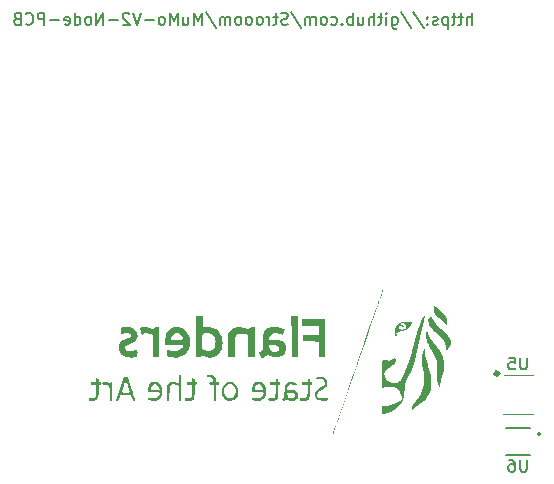
<source format=gbr>
%TF.GenerationSoftware,KiCad,Pcbnew,(6.0.8)*%
%TF.CreationDate,2023-02-21T11:31:40+01:00*%
%TF.ProjectId,MuMo-v2-Node,4d754d6f-2d76-4322-9d4e-6f64652e6b69,rev?*%
%TF.SameCoordinates,Original*%
%TF.FileFunction,Legend,Bot*%
%TF.FilePolarity,Positive*%
%FSLAX46Y46*%
G04 Gerber Fmt 4.6, Leading zero omitted, Abs format (unit mm)*
G04 Created by KiCad (PCBNEW (6.0.8)) date 2023-02-21 11:31:40*
%MOMM*%
%LPD*%
G01*
G04 APERTURE LIST*
%ADD10C,0.150000*%
%ADD11C,0.120000*%
%ADD12C,0.343981*%
%ADD13C,0.127000*%
%ADD14C,0.200000*%
G04 APERTURE END LIST*
D10*
X188137942Y-62760380D02*
X188137942Y-61760380D01*
X187709371Y-62760380D02*
X187709371Y-62236571D01*
X187756990Y-62141333D01*
X187852228Y-62093714D01*
X187995085Y-62093714D01*
X188090323Y-62141333D01*
X188137942Y-62188952D01*
X187376038Y-62093714D02*
X186995085Y-62093714D01*
X187233180Y-61760380D02*
X187233180Y-62617523D01*
X187185561Y-62712761D01*
X187090323Y-62760380D01*
X186995085Y-62760380D01*
X186804609Y-62093714D02*
X186423657Y-62093714D01*
X186661752Y-61760380D02*
X186661752Y-62617523D01*
X186614133Y-62712761D01*
X186518895Y-62760380D01*
X186423657Y-62760380D01*
X186090323Y-62093714D02*
X186090323Y-63093714D01*
X186090323Y-62141333D02*
X185995085Y-62093714D01*
X185804609Y-62093714D01*
X185709371Y-62141333D01*
X185661752Y-62188952D01*
X185614133Y-62284190D01*
X185614133Y-62569904D01*
X185661752Y-62665142D01*
X185709371Y-62712761D01*
X185804609Y-62760380D01*
X185995085Y-62760380D01*
X186090323Y-62712761D01*
X185233180Y-62712761D02*
X185137942Y-62760380D01*
X184947466Y-62760380D01*
X184852228Y-62712761D01*
X184804609Y-62617523D01*
X184804609Y-62569904D01*
X184852228Y-62474666D01*
X184947466Y-62427047D01*
X185090323Y-62427047D01*
X185185561Y-62379428D01*
X185233180Y-62284190D01*
X185233180Y-62236571D01*
X185185561Y-62141333D01*
X185090323Y-62093714D01*
X184947466Y-62093714D01*
X184852228Y-62141333D01*
X184376038Y-62665142D02*
X184328419Y-62712761D01*
X184376038Y-62760380D01*
X184423657Y-62712761D01*
X184376038Y-62665142D01*
X184376038Y-62760380D01*
X184376038Y-62141333D02*
X184328419Y-62188952D01*
X184376038Y-62236571D01*
X184423657Y-62188952D01*
X184376038Y-62141333D01*
X184376038Y-62236571D01*
X183185561Y-61712761D02*
X184042704Y-62998476D01*
X182137942Y-61712761D02*
X182995085Y-62998476D01*
X181376038Y-62093714D02*
X181376038Y-62903238D01*
X181423657Y-62998476D01*
X181471276Y-63046095D01*
X181566514Y-63093714D01*
X181709371Y-63093714D01*
X181804609Y-63046095D01*
X181376038Y-62712761D02*
X181471276Y-62760380D01*
X181661752Y-62760380D01*
X181756990Y-62712761D01*
X181804609Y-62665142D01*
X181852228Y-62569904D01*
X181852228Y-62284190D01*
X181804609Y-62188952D01*
X181756990Y-62141333D01*
X181661752Y-62093714D01*
X181471276Y-62093714D01*
X181376038Y-62141333D01*
X180899847Y-62760380D02*
X180899847Y-62093714D01*
X180899847Y-61760380D02*
X180947466Y-61808000D01*
X180899847Y-61855619D01*
X180852228Y-61808000D01*
X180899847Y-61760380D01*
X180899847Y-61855619D01*
X180566514Y-62093714D02*
X180185561Y-62093714D01*
X180423657Y-61760380D02*
X180423657Y-62617523D01*
X180376038Y-62712761D01*
X180280800Y-62760380D01*
X180185561Y-62760380D01*
X179852228Y-62760380D02*
X179852228Y-61760380D01*
X179423657Y-62760380D02*
X179423657Y-62236571D01*
X179471276Y-62141333D01*
X179566514Y-62093714D01*
X179709371Y-62093714D01*
X179804609Y-62141333D01*
X179852228Y-62188952D01*
X178518895Y-62093714D02*
X178518895Y-62760380D01*
X178947466Y-62093714D02*
X178947466Y-62617523D01*
X178899847Y-62712761D01*
X178804609Y-62760380D01*
X178661752Y-62760380D01*
X178566514Y-62712761D01*
X178518895Y-62665142D01*
X178042704Y-62760380D02*
X178042704Y-61760380D01*
X178042704Y-62141333D02*
X177947466Y-62093714D01*
X177756990Y-62093714D01*
X177661752Y-62141333D01*
X177614133Y-62188952D01*
X177566514Y-62284190D01*
X177566514Y-62569904D01*
X177614133Y-62665142D01*
X177661752Y-62712761D01*
X177756990Y-62760380D01*
X177947466Y-62760380D01*
X178042704Y-62712761D01*
X177137942Y-62665142D02*
X177090323Y-62712761D01*
X177137942Y-62760380D01*
X177185561Y-62712761D01*
X177137942Y-62665142D01*
X177137942Y-62760380D01*
X176233180Y-62712761D02*
X176328419Y-62760380D01*
X176518895Y-62760380D01*
X176614133Y-62712761D01*
X176661752Y-62665142D01*
X176709371Y-62569904D01*
X176709371Y-62284190D01*
X176661752Y-62188952D01*
X176614133Y-62141333D01*
X176518895Y-62093714D01*
X176328419Y-62093714D01*
X176233180Y-62141333D01*
X175661752Y-62760380D02*
X175756990Y-62712761D01*
X175804609Y-62665142D01*
X175852228Y-62569904D01*
X175852228Y-62284190D01*
X175804609Y-62188952D01*
X175756990Y-62141333D01*
X175661752Y-62093714D01*
X175518895Y-62093714D01*
X175423657Y-62141333D01*
X175376038Y-62188952D01*
X175328419Y-62284190D01*
X175328419Y-62569904D01*
X175376038Y-62665142D01*
X175423657Y-62712761D01*
X175518895Y-62760380D01*
X175661752Y-62760380D01*
X174899847Y-62760380D02*
X174899847Y-62093714D01*
X174899847Y-62188952D02*
X174852228Y-62141333D01*
X174756990Y-62093714D01*
X174614133Y-62093714D01*
X174518895Y-62141333D01*
X174471276Y-62236571D01*
X174471276Y-62760380D01*
X174471276Y-62236571D02*
X174423657Y-62141333D01*
X174328419Y-62093714D01*
X174185561Y-62093714D01*
X174090323Y-62141333D01*
X174042704Y-62236571D01*
X174042704Y-62760380D01*
X172852228Y-61712761D02*
X173709371Y-62998476D01*
X172566514Y-62712761D02*
X172423657Y-62760380D01*
X172185561Y-62760380D01*
X172090323Y-62712761D01*
X172042704Y-62665142D01*
X171995085Y-62569904D01*
X171995085Y-62474666D01*
X172042704Y-62379428D01*
X172090323Y-62331809D01*
X172185561Y-62284190D01*
X172376038Y-62236571D01*
X172471276Y-62188952D01*
X172518895Y-62141333D01*
X172566514Y-62046095D01*
X172566514Y-61950857D01*
X172518895Y-61855619D01*
X172471276Y-61808000D01*
X172376038Y-61760380D01*
X172137942Y-61760380D01*
X171995085Y-61808000D01*
X171709371Y-62093714D02*
X171328419Y-62093714D01*
X171566514Y-61760380D02*
X171566514Y-62617523D01*
X171518895Y-62712761D01*
X171423657Y-62760380D01*
X171328419Y-62760380D01*
X170995085Y-62760380D02*
X170995085Y-62093714D01*
X170995085Y-62284190D02*
X170947466Y-62188952D01*
X170899847Y-62141333D01*
X170804609Y-62093714D01*
X170709371Y-62093714D01*
X170233180Y-62760380D02*
X170328419Y-62712761D01*
X170376038Y-62665142D01*
X170423657Y-62569904D01*
X170423657Y-62284190D01*
X170376038Y-62188952D01*
X170328419Y-62141333D01*
X170233180Y-62093714D01*
X170090323Y-62093714D01*
X169995085Y-62141333D01*
X169947466Y-62188952D01*
X169899847Y-62284190D01*
X169899847Y-62569904D01*
X169947466Y-62665142D01*
X169995085Y-62712761D01*
X170090323Y-62760380D01*
X170233180Y-62760380D01*
X169328419Y-62760380D02*
X169423657Y-62712761D01*
X169471276Y-62665142D01*
X169518895Y-62569904D01*
X169518895Y-62284190D01*
X169471276Y-62188952D01*
X169423657Y-62141333D01*
X169328419Y-62093714D01*
X169185561Y-62093714D01*
X169090323Y-62141333D01*
X169042704Y-62188952D01*
X168995085Y-62284190D01*
X168995085Y-62569904D01*
X169042704Y-62665142D01*
X169090323Y-62712761D01*
X169185561Y-62760380D01*
X169328419Y-62760380D01*
X168423657Y-62760380D02*
X168518895Y-62712761D01*
X168566514Y-62665142D01*
X168614133Y-62569904D01*
X168614133Y-62284190D01*
X168566514Y-62188952D01*
X168518895Y-62141333D01*
X168423657Y-62093714D01*
X168280800Y-62093714D01*
X168185561Y-62141333D01*
X168137942Y-62188952D01*
X168090323Y-62284190D01*
X168090323Y-62569904D01*
X168137942Y-62665142D01*
X168185561Y-62712761D01*
X168280800Y-62760380D01*
X168423657Y-62760380D01*
X167661752Y-62760380D02*
X167661752Y-62093714D01*
X167661752Y-62188952D02*
X167614133Y-62141333D01*
X167518895Y-62093714D01*
X167376038Y-62093714D01*
X167280800Y-62141333D01*
X167233180Y-62236571D01*
X167233180Y-62760380D01*
X167233180Y-62236571D02*
X167185561Y-62141333D01*
X167090323Y-62093714D01*
X166947466Y-62093714D01*
X166852228Y-62141333D01*
X166804609Y-62236571D01*
X166804609Y-62760380D01*
X165614133Y-61712761D02*
X166471276Y-62998476D01*
X165280800Y-62760380D02*
X165280800Y-61760380D01*
X164947466Y-62474666D01*
X164614133Y-61760380D01*
X164614133Y-62760380D01*
X163709371Y-62093714D02*
X163709371Y-62760380D01*
X164137942Y-62093714D02*
X164137942Y-62617523D01*
X164090323Y-62712761D01*
X163995085Y-62760380D01*
X163852228Y-62760380D01*
X163756990Y-62712761D01*
X163709371Y-62665142D01*
X163233180Y-62760380D02*
X163233180Y-61760380D01*
X162899847Y-62474666D01*
X162566514Y-61760380D01*
X162566514Y-62760380D01*
X161947466Y-62760380D02*
X162042704Y-62712761D01*
X162090323Y-62665142D01*
X162137942Y-62569904D01*
X162137942Y-62284190D01*
X162090323Y-62188952D01*
X162042704Y-62141333D01*
X161947466Y-62093714D01*
X161804609Y-62093714D01*
X161709371Y-62141333D01*
X161661752Y-62188952D01*
X161614133Y-62284190D01*
X161614133Y-62569904D01*
X161661752Y-62665142D01*
X161709371Y-62712761D01*
X161804609Y-62760380D01*
X161947466Y-62760380D01*
X161185561Y-62379428D02*
X160423657Y-62379428D01*
X160090323Y-61760380D02*
X159756990Y-62760380D01*
X159423657Y-61760380D01*
X159137942Y-61855619D02*
X159090323Y-61808000D01*
X158995085Y-61760380D01*
X158756990Y-61760380D01*
X158661752Y-61808000D01*
X158614133Y-61855619D01*
X158566514Y-61950857D01*
X158566514Y-62046095D01*
X158614133Y-62188952D01*
X159185561Y-62760380D01*
X158566514Y-62760380D01*
X158137942Y-62379428D02*
X157376038Y-62379428D01*
X156899847Y-62760380D02*
X156899847Y-61760380D01*
X156328419Y-62760380D01*
X156328419Y-61760380D01*
X155709371Y-62760380D02*
X155804609Y-62712761D01*
X155852228Y-62665142D01*
X155899847Y-62569904D01*
X155899847Y-62284190D01*
X155852228Y-62188952D01*
X155804609Y-62141333D01*
X155709371Y-62093714D01*
X155566514Y-62093714D01*
X155471276Y-62141333D01*
X155423657Y-62188952D01*
X155376038Y-62284190D01*
X155376038Y-62569904D01*
X155423657Y-62665142D01*
X155471276Y-62712761D01*
X155566514Y-62760380D01*
X155709371Y-62760380D01*
X154518895Y-62760380D02*
X154518895Y-61760380D01*
X154518895Y-62712761D02*
X154614133Y-62760380D01*
X154804609Y-62760380D01*
X154899847Y-62712761D01*
X154947466Y-62665142D01*
X154995085Y-62569904D01*
X154995085Y-62284190D01*
X154947466Y-62188952D01*
X154899847Y-62141333D01*
X154804609Y-62093714D01*
X154614133Y-62093714D01*
X154518895Y-62141333D01*
X153661752Y-62712761D02*
X153756990Y-62760380D01*
X153947466Y-62760380D01*
X154042704Y-62712761D01*
X154090323Y-62617523D01*
X154090323Y-62236571D01*
X154042704Y-62141333D01*
X153947466Y-62093714D01*
X153756990Y-62093714D01*
X153661752Y-62141333D01*
X153614133Y-62236571D01*
X153614133Y-62331809D01*
X154090323Y-62427047D01*
X153185561Y-62379428D02*
X152423657Y-62379428D01*
X151947466Y-62760380D02*
X151947466Y-61760380D01*
X151566514Y-61760380D01*
X151471276Y-61808000D01*
X151423657Y-61855619D01*
X151376038Y-61950857D01*
X151376038Y-62093714D01*
X151423657Y-62188952D01*
X151471276Y-62236571D01*
X151566514Y-62284190D01*
X151947466Y-62284190D01*
X150376038Y-62665142D02*
X150423657Y-62712761D01*
X150566514Y-62760380D01*
X150661752Y-62760380D01*
X150804609Y-62712761D01*
X150899847Y-62617523D01*
X150947466Y-62522285D01*
X150995085Y-62331809D01*
X150995085Y-62188952D01*
X150947466Y-61998476D01*
X150899847Y-61903238D01*
X150804609Y-61808000D01*
X150661752Y-61760380D01*
X150566514Y-61760380D01*
X150423657Y-61808000D01*
X150376038Y-61855619D01*
X149614133Y-62236571D02*
X149471276Y-62284190D01*
X149423657Y-62331809D01*
X149376038Y-62427047D01*
X149376038Y-62569904D01*
X149423657Y-62665142D01*
X149471276Y-62712761D01*
X149566514Y-62760380D01*
X149947466Y-62760380D01*
X149947466Y-61760380D01*
X149614133Y-61760380D01*
X149518895Y-61808000D01*
X149471276Y-61855619D01*
X149423657Y-61950857D01*
X149423657Y-62046095D01*
X149471276Y-62141333D01*
X149518895Y-62188952D01*
X149614133Y-62236571D01*
X149947466Y-62236571D01*
%TO.C,U5*%
X192792704Y-90944980D02*
X192792704Y-91754504D01*
X192745085Y-91849742D01*
X192697466Y-91897361D01*
X192602228Y-91944980D01*
X192411752Y-91944980D01*
X192316514Y-91897361D01*
X192268895Y-91849742D01*
X192221276Y-91754504D01*
X192221276Y-90944980D01*
X191268895Y-90944980D02*
X191745085Y-90944980D01*
X191792704Y-91421171D01*
X191745085Y-91373552D01*
X191649847Y-91325933D01*
X191411752Y-91325933D01*
X191316514Y-91373552D01*
X191268895Y-91421171D01*
X191221276Y-91516409D01*
X191221276Y-91754504D01*
X191268895Y-91849742D01*
X191316514Y-91897361D01*
X191411752Y-91944980D01*
X191649847Y-91944980D01*
X191745085Y-91897361D01*
X191792704Y-91849742D01*
%TO.C,U6*%
X192792704Y-99593180D02*
X192792704Y-100402704D01*
X192745085Y-100497942D01*
X192697466Y-100545561D01*
X192602228Y-100593180D01*
X192411752Y-100593180D01*
X192316514Y-100545561D01*
X192268895Y-100497942D01*
X192221276Y-100402704D01*
X192221276Y-99593180D01*
X191316514Y-99593180D02*
X191506990Y-99593180D01*
X191602228Y-99640800D01*
X191649847Y-99688419D01*
X191745085Y-99831276D01*
X191792704Y-100021752D01*
X191792704Y-100402704D01*
X191745085Y-100497942D01*
X191697466Y-100545561D01*
X191602228Y-100593180D01*
X191411752Y-100593180D01*
X191316514Y-100545561D01*
X191268895Y-100497942D01*
X191221276Y-100402704D01*
X191221276Y-100164609D01*
X191268895Y-100069371D01*
X191316514Y-100021752D01*
X191411752Y-99974133D01*
X191602228Y-99974133D01*
X191697466Y-100021752D01*
X191745085Y-100069371D01*
X191792704Y-100164609D01*
%TO.C,G\u002A\u002A\u002A*%
G36*
X182707579Y-88470400D02*
G01*
X182629366Y-88543727D01*
X182544887Y-88600094D01*
X182440991Y-88642223D01*
X182300529Y-88676984D01*
X182106353Y-88711246D01*
X181998494Y-88733247D01*
X181873132Y-88773623D01*
X181786646Y-88819780D01*
X181749436Y-88865687D01*
X181771900Y-88905307D01*
X181802056Y-88946396D01*
X181804540Y-89023584D01*
X181767103Y-89095283D01*
X181758915Y-89103085D01*
X181694574Y-89133372D01*
X181644546Y-89100809D01*
X181611468Y-89012015D01*
X181597973Y-88873612D01*
X181606697Y-88692221D01*
X181636882Y-88526777D01*
X181721607Y-88324497D01*
X181954224Y-88324497D01*
X181981470Y-88402821D01*
X182039407Y-88481466D01*
X182116199Y-88536542D01*
X182240510Y-88568564D01*
X182367962Y-88553187D01*
X182480881Y-88496678D01*
X182561593Y-88405307D01*
X182592425Y-88285340D01*
X182586377Y-88241751D01*
X182541865Y-88172322D01*
X182443007Y-88096481D01*
X182368565Y-88049983D01*
X182286228Y-88010210D01*
X182226624Y-88005864D01*
X182169244Y-88032125D01*
X182146085Y-88053332D01*
X182138075Y-88108025D01*
X182178387Y-88156539D01*
X182254470Y-88177468D01*
X182274470Y-88178818D01*
X182344077Y-88209227D01*
X182376841Y-88263347D01*
X182357022Y-88319397D01*
X182345847Y-88325160D01*
X182279215Y-88324477D01*
X182183321Y-88299754D01*
X182151001Y-88288751D01*
X182056250Y-88260665D01*
X181996556Y-88249152D01*
X181961417Y-88266807D01*
X181954224Y-88324497D01*
X181721607Y-88324497D01*
X181731857Y-88300025D01*
X181882562Y-88115175D01*
X182085974Y-87976741D01*
X182112325Y-87964507D01*
X182192825Y-87938022D01*
X182295804Y-87921520D01*
X182437446Y-87913051D01*
X182633934Y-87910661D01*
X182790491Y-87912239D01*
X182930142Y-87916873D01*
X183028510Y-87923827D01*
X183070665Y-87932360D01*
X183067553Y-87964129D01*
X183029953Y-88039519D01*
X182965305Y-88142439D01*
X182883459Y-88258291D01*
X182862331Y-88285340D01*
X182794267Y-88372477D01*
X182707579Y-88470400D01*
G37*
G36*
X172308391Y-90523028D02*
G01*
X172189019Y-90698939D01*
X172015045Y-90829683D01*
X171787909Y-90913417D01*
X171570781Y-90933181D01*
X171330031Y-90897878D01*
X171092081Y-90809442D01*
X170886555Y-90707388D01*
X170718552Y-90811437D01*
X170653242Y-90848908D01*
X170533498Y-90905813D01*
X170437373Y-90937831D01*
X170394135Y-90945101D01*
X170348138Y-90940994D01*
X170308950Y-90909078D01*
X170263846Y-90837336D01*
X170200100Y-90713750D01*
X170076002Y-90467326D01*
X170185869Y-90434092D01*
X170185870Y-90434091D01*
X170285213Y-90381134D01*
X170369780Y-90300481D01*
X170391025Y-90268442D01*
X170411948Y-90221876D01*
X170427513Y-90158343D01*
X170438991Y-90067009D01*
X170441800Y-90024851D01*
X170995226Y-90024851D01*
X171016945Y-90190147D01*
X171092610Y-90334149D01*
X171221374Y-90431634D01*
X171262861Y-90449684D01*
X171430633Y-90489735D01*
X171580989Y-90476550D01*
X171702516Y-90415206D01*
X171783802Y-90310777D01*
X171813433Y-90168339D01*
X171813281Y-90153478D01*
X171798632Y-90051924D01*
X171753056Y-89980645D01*
X171666591Y-89933919D01*
X171529281Y-89906024D01*
X171331166Y-89891237D01*
X170995226Y-89876544D01*
X170995226Y-90024851D01*
X170441800Y-90024851D01*
X170447652Y-89937038D01*
X170454769Y-89757596D01*
X170461612Y-89517848D01*
X170461663Y-89515900D01*
X170468399Y-89277460D01*
X170475347Y-89098700D01*
X170483915Y-88968241D01*
X170495512Y-88874707D01*
X170511542Y-88806719D01*
X170533415Y-88752900D01*
X170562538Y-88701873D01*
X170689016Y-88556049D01*
X170873608Y-88438900D01*
X171099697Y-88364286D01*
X171357080Y-88335496D01*
X171635559Y-88355821D01*
X171743033Y-88376072D01*
X171891731Y-88411390D01*
X172035542Y-88452175D01*
X172158290Y-88493354D01*
X172243800Y-88529856D01*
X172275898Y-88556608D01*
X172268328Y-88593904D01*
X172246793Y-88681520D01*
X172216190Y-88798972D01*
X172156481Y-89023050D01*
X171960083Y-88955479D01*
X171880030Y-88929594D01*
X171624844Y-88872576D01*
X171407891Y-88865592D01*
X171232812Y-88907299D01*
X171103247Y-88996356D01*
X171022838Y-89131420D01*
X170995226Y-89311148D01*
X170995226Y-89458140D01*
X171399857Y-89458140D01*
X171547718Y-89461030D01*
X171821063Y-89488128D01*
X172034830Y-89546292D01*
X172193423Y-89638635D01*
X172301250Y-89768265D01*
X172362715Y-89938296D01*
X172382224Y-90151837D01*
X172381084Y-90168339D01*
X172371723Y-90303794D01*
X172308391Y-90523028D01*
G37*
G36*
X167014648Y-89969337D02*
G01*
X166950547Y-90240127D01*
X166838088Y-90476754D01*
X166680047Y-90672602D01*
X166479201Y-90821060D01*
X166238329Y-90915513D01*
X166180306Y-90927608D01*
X165952357Y-90939172D01*
X165713563Y-90904424D01*
X165494233Y-90826970D01*
X165297821Y-90730874D01*
X165245206Y-90805992D01*
X165232893Y-90822095D01*
X165184718Y-90858870D01*
X165107819Y-90876547D01*
X164981164Y-90881109D01*
X164769736Y-90881109D01*
X164769736Y-89342346D01*
X165302753Y-89342346D01*
X165303349Y-89583534D01*
X165303349Y-90244774D01*
X165454540Y-90310982D01*
X165502558Y-90330911D01*
X165736519Y-90394066D01*
X165944271Y-90393297D01*
X166121421Y-90332011D01*
X166263578Y-90213613D01*
X166366349Y-90041509D01*
X166425342Y-89819105D01*
X166436166Y-89549806D01*
X166422904Y-89413569D01*
X166371609Y-89229874D01*
X166276013Y-89083328D01*
X166127238Y-88956893D01*
X166124026Y-88954703D01*
X166049785Y-88911347D01*
X165971320Y-88886369D01*
X165866380Y-88875305D01*
X165712717Y-88873688D01*
X165660182Y-88873905D01*
X165533345Y-88874339D01*
X165440584Y-88881645D01*
X165376608Y-88904998D01*
X165336128Y-88953572D01*
X165313852Y-89036539D01*
X165304490Y-89163072D01*
X165302753Y-89342346D01*
X164769736Y-89342346D01*
X164769736Y-87385164D01*
X164934785Y-87407786D01*
X164972837Y-87412623D01*
X165106898Y-87425318D01*
X165219379Y-87430409D01*
X165338923Y-87430409D01*
X165338923Y-88351631D01*
X165653323Y-88348665D01*
X165921680Y-88363530D01*
X166221236Y-88431032D01*
X166476553Y-88551414D01*
X166685217Y-88723070D01*
X166844819Y-88944396D01*
X166952946Y-89213786D01*
X166986663Y-89351719D01*
X167012069Y-89549806D01*
X167027612Y-89670997D01*
X167014648Y-89969337D01*
G37*
G36*
X168325189Y-94096487D02*
G01*
X168293075Y-94182217D01*
X168238223Y-94278519D01*
X168139215Y-94407494D01*
X167974715Y-94533599D01*
X167938812Y-94551415D01*
X167731288Y-94612058D01*
X167526142Y-94603994D01*
X167332608Y-94528869D01*
X167159920Y-94388330D01*
X167111899Y-94331325D01*
X166995948Y-94125602D01*
X166941431Y-93897079D01*
X166945587Y-93783606D01*
X167159711Y-93783606D01*
X167176627Y-93973752D01*
X167239234Y-94150118D01*
X167348602Y-94295986D01*
X167445379Y-94352063D01*
X167583527Y-94387489D01*
X167729094Y-94395009D01*
X167850887Y-94370027D01*
X167914679Y-94332073D01*
X168018082Y-94217621D01*
X168094617Y-94061871D01*
X168136454Y-93883234D01*
X168135764Y-93700122D01*
X168093941Y-93531940D01*
X168005418Y-93371121D01*
X167883760Y-93258660D01*
X167738417Y-93200215D01*
X167578834Y-93201448D01*
X167414459Y-93268017D01*
X167372396Y-93297668D01*
X167258667Y-93428846D01*
X167187415Y-93596399D01*
X167159711Y-93783606D01*
X166945587Y-93783606D01*
X166950164Y-93658652D01*
X167023963Y-93423213D01*
X167028089Y-93414472D01*
X167152630Y-93223669D01*
X167311147Y-93088139D01*
X167493174Y-93010574D01*
X167688242Y-92993668D01*
X167885885Y-93040115D01*
X168075635Y-93152607D01*
X168187153Y-93259568D01*
X168278996Y-93406772D01*
X168329503Y-93588018D01*
X168344946Y-93818816D01*
X168344859Y-93854843D01*
X168343977Y-93883234D01*
X168340479Y-93995853D01*
X168325189Y-94096487D01*
G37*
G36*
X171585110Y-92709376D02*
G01*
X171613604Y-92718490D01*
X171691833Y-92730969D01*
X171701383Y-92732167D01*
X171732478Y-92771946D01*
X171742285Y-92873266D01*
X171742316Y-92885658D01*
X171748453Y-92971162D01*
X171773921Y-93007796D01*
X171831220Y-93015563D01*
X171869895Y-93018112D01*
X171910584Y-93046014D01*
X171920156Y-93122286D01*
X171918264Y-93166222D01*
X171895856Y-93216845D01*
X171834413Y-93229008D01*
X171748670Y-93229008D01*
X171736584Y-93777890D01*
X171731220Y-93984689D01*
X171724323Y-94141250D01*
X171714415Y-94251255D01*
X171699826Y-94327222D01*
X171678885Y-94381671D01*
X171649920Y-94427119D01*
X171649415Y-94427798D01*
X171571775Y-94511220D01*
X171489836Y-94571411D01*
X171446329Y-94588895D01*
X171306837Y-94612535D01*
X171146656Y-94608476D01*
X170997791Y-94576393D01*
X170933339Y-94549622D01*
X170899368Y-94510009D01*
X170906439Y-94443062D01*
X170911973Y-94421262D01*
X170935206Y-94352815D01*
X170966488Y-94338208D01*
X171025415Y-94364501D01*
X171028153Y-94365938D01*
X171141960Y-94397330D01*
X171274766Y-94398201D01*
X171385139Y-94368135D01*
X171437970Y-94322221D01*
X171480254Y-94235870D01*
X171508370Y-94103585D01*
X171524003Y-93917158D01*
X171528839Y-93668378D01*
X171528839Y-93229008D01*
X171066374Y-93229008D01*
X171066374Y-93015563D01*
X171528839Y-93015563D01*
X171528839Y-92851673D01*
X171528846Y-92845581D01*
X171533439Y-92748826D01*
X171550330Y-92708136D01*
X171585110Y-92709376D01*
G37*
G36*
X184384925Y-88857706D02*
G01*
X184424684Y-88949245D01*
X184474002Y-89045875D01*
X184536457Y-89149998D01*
X184618484Y-89271083D01*
X184726521Y-89418601D01*
X184867006Y-89602024D01*
X185046377Y-89830821D01*
X185192225Y-90017117D01*
X185309869Y-90173370D01*
X185399538Y-90303662D01*
X185469999Y-90422898D01*
X185530022Y-90545984D01*
X185588376Y-90687824D01*
X185653829Y-90863322D01*
X185677814Y-90929939D01*
X185720190Y-91058640D01*
X185747517Y-91170925D01*
X185763219Y-91288683D01*
X185770716Y-91433802D01*
X185773434Y-91628168D01*
X185773749Y-91813245D01*
X185769283Y-91953667D01*
X185756102Y-92069281D01*
X185730291Y-92182999D01*
X185687938Y-92317736D01*
X185625128Y-92496403D01*
X185587130Y-92604754D01*
X185530973Y-92779778D01*
X185496337Y-92919132D01*
X185478800Y-93042514D01*
X185473937Y-93169621D01*
X185473937Y-93419282D01*
X185383889Y-93334686D01*
X185379369Y-93330389D01*
X185319773Y-93260327D01*
X185273795Y-93172842D01*
X185240030Y-93059012D01*
X185217071Y-92909914D01*
X185203509Y-92716625D01*
X185197940Y-92470221D01*
X185198955Y-92161781D01*
X185200657Y-91946559D01*
X185199763Y-91725630D01*
X185194862Y-91555555D01*
X185185353Y-91424975D01*
X185170637Y-91322527D01*
X185150114Y-91236851D01*
X185029175Y-90891684D01*
X184863540Y-90527013D01*
X184669011Y-90179867D01*
X184618092Y-90097212D01*
X184474601Y-89848809D01*
X184371564Y-89636633D01*
X184304826Y-89446655D01*
X184270232Y-89264849D01*
X184263625Y-89077188D01*
X184280852Y-88869644D01*
X184306463Y-88664656D01*
X184384925Y-88857706D01*
G37*
G36*
X173388265Y-94330545D02*
G01*
X173317909Y-94447323D01*
X173190002Y-94548915D01*
X173186807Y-94550894D01*
X173042318Y-94602943D01*
X172870947Y-94611177D01*
X172699573Y-94577506D01*
X172555077Y-94503837D01*
X172435982Y-94413094D01*
X172335917Y-94514749D01*
X172274477Y-94574376D01*
X172218732Y-94608841D01*
X172176472Y-94591166D01*
X172128392Y-94522030D01*
X172123925Y-94514642D01*
X172092676Y-94450730D01*
X172104067Y-94405445D01*
X172164620Y-94347331D01*
X172167683Y-94344692D01*
X172204773Y-94309033D01*
X172230763Y-94268480D01*
X172248351Y-94209791D01*
X172260236Y-94119722D01*
X172269116Y-93985031D01*
X172270285Y-93958771D01*
X172492140Y-93958771D01*
X172494482Y-94035306D01*
X172526773Y-94162775D01*
X172570155Y-94262171D01*
X172667104Y-94349540D01*
X172747246Y-94382574D01*
X172895821Y-94405176D01*
X173029216Y-94380132D01*
X173127098Y-94309225D01*
X173170466Y-94239442D01*
X173199455Y-94123891D01*
X173173603Y-94025861D01*
X173168975Y-94019286D01*
X173084382Y-93954761D01*
X172943392Y-93917132D01*
X172740702Y-93904919D01*
X172620390Y-93906565D01*
X172530519Y-93920185D01*
X172492140Y-93958771D01*
X172270285Y-93958771D01*
X172277690Y-93792475D01*
X172289009Y-93584537D01*
X172308900Y-93395335D01*
X172339191Y-93257782D01*
X172383425Y-93161367D01*
X172445142Y-93095579D01*
X172527885Y-93049908D01*
X172538772Y-93045664D01*
X172675824Y-93016846D01*
X172848360Y-93010561D01*
X173027552Y-93026224D01*
X173184567Y-93063248D01*
X173267956Y-93097785D01*
X173309827Y-93138335D01*
X173312966Y-93197340D01*
X173312272Y-93202073D01*
X173294058Y-93279366D01*
X173257765Y-93298173D01*
X173181855Y-93270515D01*
X173141955Y-93255834D01*
X173030725Y-93227991D01*
X172903866Y-93207271D01*
X172753526Y-93206844D01*
X172627978Y-93255497D01*
X172545588Y-93359582D01*
X172502026Y-93522496D01*
X172479673Y-93691473D01*
X172729081Y-93691473D01*
X172875207Y-93694449D01*
X173077151Y-93715588D01*
X173222982Y-93761212D01*
X173320952Y-93836226D01*
X173379312Y-93945534D01*
X173406316Y-94094042D01*
X173407626Y-94123891D01*
X173410072Y-94179654D01*
X173388265Y-94330545D01*
G37*
G36*
X185001557Y-86551062D02*
G01*
X185045638Y-86608402D01*
X185131805Y-86688679D01*
X185240014Y-86772286D01*
X185437140Y-86914831D01*
X185639348Y-87076078D01*
X185791035Y-87221791D01*
X185899347Y-87361575D01*
X185971428Y-87505033D01*
X186014424Y-87661766D01*
X186035479Y-87841377D01*
X186036060Y-87850731D01*
X186040395Y-87987409D01*
X186036944Y-88100602D01*
X186026369Y-88166627D01*
X186014028Y-88195406D01*
X185993072Y-88210591D01*
X185959561Y-88164764D01*
X185809850Y-87956213D01*
X185623932Y-87762941D01*
X185386122Y-87569407D01*
X185377763Y-87563200D01*
X185185048Y-87406650D01*
X185049801Y-87261341D01*
X184963610Y-87112948D01*
X184918063Y-86947147D01*
X184904750Y-86749613D01*
X184904973Y-86716437D01*
X184913360Y-86577302D01*
X184933023Y-86501783D01*
X184962806Y-86492247D01*
X185001557Y-86551062D01*
G37*
G36*
X184725998Y-87494604D02*
G01*
X184754146Y-87585276D01*
X184801484Y-87697533D01*
X184910754Y-87863591D01*
X185072630Y-88057280D01*
X185282680Y-88273381D01*
X185536474Y-88506674D01*
X185677390Y-88631527D01*
X185869725Y-88809447D01*
X186017818Y-88959069D01*
X186129660Y-89089250D01*
X186213243Y-89208845D01*
X186276560Y-89326708D01*
X186278424Y-89330732D01*
X186351727Y-89558620D01*
X186355097Y-89774697D01*
X186288178Y-89981385D01*
X186150613Y-90181105D01*
X186110650Y-90224549D01*
X186044084Y-90287272D01*
X186003866Y-90311921D01*
X185990019Y-90291515D01*
X185976991Y-90217265D01*
X185971949Y-90107370D01*
X185953311Y-89939362D01*
X185872721Y-89701954D01*
X185732997Y-89457609D01*
X185539118Y-89214623D01*
X185296066Y-88981298D01*
X185202641Y-88899430D01*
X185031206Y-88737331D01*
X184866827Y-88568323D01*
X184721455Y-88405459D01*
X184607037Y-88261796D01*
X184535525Y-88150389D01*
X184484426Y-88027815D01*
X184448831Y-87848919D01*
X184462176Y-87689230D01*
X184522759Y-87561027D01*
X184628880Y-87476585D01*
X184653432Y-87465974D01*
X184697745Y-87459451D01*
X184725998Y-87494604D01*
G37*
G36*
X166035224Y-92419402D02*
G01*
X166151977Y-92429641D01*
X166232869Y-92448277D01*
X166302618Y-92493845D01*
X166390401Y-92604222D01*
X166452443Y-92747144D01*
X166476517Y-92899947D01*
X166476542Y-92903152D01*
X166483756Y-92979055D01*
X166518222Y-93009799D01*
X166601809Y-93015563D01*
X166684171Y-93021173D01*
X166719377Y-93050583D01*
X166726318Y-93122286D01*
X166719773Y-93192882D01*
X166685462Y-93223059D01*
X166601809Y-93229008D01*
X166477299Y-93229008D01*
X166477299Y-94580829D01*
X166263853Y-94580829D01*
X166263853Y-93229008D01*
X166085982Y-93229008D01*
X165998145Y-93227810D01*
X165935891Y-93216967D01*
X165911997Y-93185463D01*
X165908111Y-93122286D01*
X165910227Y-93068633D01*
X165928661Y-93031906D01*
X165981693Y-93017838D01*
X166087594Y-93015563D01*
X166267077Y-93015563D01*
X166243633Y-92882160D01*
X166218977Y-92784458D01*
X166154718Y-92679436D01*
X166049578Y-92625084D01*
X165892791Y-92613150D01*
X165830782Y-92614664D01*
X165745303Y-92609517D01*
X165702082Y-92587932D01*
X165681863Y-92543555D01*
X165673309Y-92493919D01*
X165679038Y-92450145D01*
X165702967Y-92438277D01*
X165787401Y-92423799D01*
X165905926Y-92417481D01*
X166035224Y-92419402D01*
G37*
G36*
X180688020Y-85009362D02*
G01*
X180688388Y-85016201D01*
X180685572Y-85031448D01*
X180678613Y-85057904D01*
X180666551Y-85098368D01*
X180648428Y-85155642D01*
X180623285Y-85232525D01*
X180590163Y-85331818D01*
X180548102Y-85456323D01*
X180496144Y-85608838D01*
X180433330Y-85792164D01*
X180358700Y-86009102D01*
X180271295Y-86262453D01*
X180170158Y-86555016D01*
X180054327Y-86889592D01*
X179922845Y-87268982D01*
X179774753Y-87695986D01*
X179609090Y-88173403D01*
X179424900Y-88704036D01*
X179221221Y-89290684D01*
X178997096Y-89936147D01*
X178751565Y-90643227D01*
X178483669Y-91414723D01*
X178468752Y-91457682D01*
X178254304Y-92075298D01*
X178045406Y-92676978D01*
X177843329Y-93259062D01*
X177649343Y-93817885D01*
X177464720Y-94349786D01*
X177290730Y-94851102D01*
X177128644Y-95318171D01*
X176979732Y-95747329D01*
X176845267Y-96134915D01*
X176726518Y-96477266D01*
X176624757Y-96770718D01*
X176541254Y-97011610D01*
X176477280Y-97196280D01*
X176434106Y-97321064D01*
X176413003Y-97382300D01*
X176403681Y-97409175D01*
X176359138Y-97526561D01*
X176321539Y-97609058D01*
X176298205Y-97640213D01*
X176298187Y-97637959D01*
X176312445Y-97588128D01*
X176348513Y-97475719D01*
X176405139Y-97304396D01*
X176481071Y-97077825D01*
X176575056Y-96799671D01*
X176685843Y-96473598D01*
X176812180Y-96103273D01*
X176952815Y-95692359D01*
X177106496Y-95244523D01*
X177271971Y-94763429D01*
X177447988Y-94252743D01*
X177633296Y-93716129D01*
X177826641Y-93157252D01*
X178026773Y-92579779D01*
X178206324Y-92062134D01*
X178414483Y-91461990D01*
X178620054Y-90869287D01*
X178821309Y-90289006D01*
X179016522Y-89726129D01*
X179203964Y-89185637D01*
X179381908Y-88672512D01*
X179548627Y-88191735D01*
X179702392Y-87748288D01*
X179841478Y-87347152D01*
X179964155Y-86993309D01*
X180068697Y-86691741D01*
X180153376Y-86447428D01*
X180216466Y-86265353D01*
X180225711Y-86238679D01*
X180323946Y-85957366D01*
X180415420Y-85699075D01*
X180497425Y-85471188D01*
X180567253Y-85281089D01*
X180622193Y-85136163D01*
X180659536Y-85043792D01*
X180676574Y-85011361D01*
X180677403Y-85011290D01*
X180681569Y-85009707D01*
X180685428Y-85008131D01*
X180688020Y-85009362D01*
G37*
G36*
X175726598Y-90881109D02*
G01*
X175194590Y-90881109D01*
X175184894Y-90231879D01*
X175175198Y-89582650D01*
X174508181Y-89572971D01*
X173841164Y-89563293D01*
X173841164Y-89031249D01*
X175192985Y-89031249D01*
X175192985Y-88248616D01*
X173770016Y-88248616D01*
X173770016Y-87715003D01*
X175726598Y-87715003D01*
X175726598Y-90881109D01*
G37*
G36*
X184154243Y-90228928D02*
G01*
X184156560Y-90332069D01*
X184160669Y-90445590D01*
X184176623Y-90596037D01*
X184206874Y-90767312D01*
X184253859Y-90970949D01*
X184320012Y-91218482D01*
X184407771Y-91521445D01*
X184438149Y-91624292D01*
X184522927Y-91920864D01*
X184588076Y-92168607D01*
X184636576Y-92381541D01*
X184671411Y-92573683D01*
X184695562Y-92759055D01*
X184712012Y-92951674D01*
X184708425Y-93310615D01*
X184642123Y-93673439D01*
X184512514Y-94008478D01*
X184320975Y-94310947D01*
X184239777Y-94410890D01*
X184156956Y-94501523D01*
X184061930Y-94591928D01*
X183943186Y-94692376D01*
X183789214Y-94813136D01*
X183588503Y-94964480D01*
X183464801Y-95057317D01*
X183327856Y-95161324D01*
X183215416Y-95248032D01*
X183143825Y-95304929D01*
X183037103Y-95393216D01*
X183025348Y-95302033D01*
X183028194Y-95244385D01*
X183067783Y-95116219D01*
X183144858Y-94954527D01*
X183252912Y-94770998D01*
X183385436Y-94577317D01*
X183535923Y-94385171D01*
X183634250Y-94264004D01*
X183819022Y-94000805D01*
X183950960Y-93744944D01*
X184036716Y-93478050D01*
X184082942Y-93181756D01*
X184096289Y-92837692D01*
X184087875Y-92575711D01*
X184057612Y-92278814D01*
X184002002Y-91949433D01*
X183994567Y-91910631D01*
X183931464Y-91491792D01*
X183907724Y-91117018D01*
X183923428Y-90791321D01*
X183978659Y-90519714D01*
X184017521Y-90405776D01*
X184063815Y-90292881D01*
X184102037Y-90222480D01*
X184125186Y-90194028D01*
X184145528Y-90186417D01*
X184154243Y-90228928D01*
G37*
G36*
X159550265Y-94238980D02*
G01*
X159600328Y-94390195D01*
X159632830Y-94492328D01*
X159644749Y-94536361D01*
X159619170Y-94567449D01*
X159543529Y-94580829D01*
X159534015Y-94580756D01*
X159480118Y-94572908D01*
X159440624Y-94541637D01*
X159403592Y-94472137D01*
X159357083Y-94349597D01*
X159274153Y-94118364D01*
X158383525Y-94118364D01*
X158300596Y-94349597D01*
X158284901Y-94393029D01*
X158243288Y-94497446D01*
X158207505Y-94553660D01*
X158164849Y-94576510D01*
X158102618Y-94580829D01*
X157987569Y-94580829D01*
X158233563Y-93860613D01*
X158482047Y-93860613D01*
X158492157Y-93881715D01*
X158546803Y-93895370D01*
X158654817Y-93902722D01*
X158825033Y-93904919D01*
X158931814Y-93903711D01*
X159062363Y-93898246D01*
X159151784Y-93889385D01*
X159185071Y-93878238D01*
X159184591Y-93873281D01*
X159169217Y-93815489D01*
X159135951Y-93711108D01*
X159089862Y-93574394D01*
X159036017Y-93419600D01*
X158979483Y-93260982D01*
X158925328Y-93112793D01*
X158878620Y-92989288D01*
X158844427Y-92904722D01*
X158827816Y-92873347D01*
X158824242Y-92877040D01*
X158800732Y-92928782D01*
X158761508Y-93032065D01*
X158711057Y-93174732D01*
X158653867Y-93344625D01*
X158636518Y-93397300D01*
X158580592Y-93566577D01*
X158533176Y-93709320D01*
X158498828Y-93811842D01*
X158482107Y-93860451D01*
X158482047Y-93860613D01*
X158233563Y-93860613D01*
X158668755Y-92586469D01*
X158985235Y-92606459D01*
X159313843Y-93549176D01*
X159324939Y-93581030D01*
X159409547Y-93825380D01*
X159427644Y-93878238D01*
X159485664Y-94047702D01*
X159550265Y-94238980D01*
G37*
G36*
X160657209Y-88359502D02*
G01*
X160747676Y-88373617D01*
X160833845Y-88405158D01*
X160940225Y-88458640D01*
X161044995Y-88513350D01*
X161124520Y-88553464D01*
X161158707Y-88568784D01*
X161171230Y-88546194D01*
X161191347Y-88479849D01*
X161193072Y-88473119D01*
X161211277Y-88427794D01*
X161247375Y-88403145D01*
X161319110Y-88392931D01*
X161444223Y-88390913D01*
X161674778Y-88390913D01*
X161674778Y-90881109D01*
X161142365Y-90881109D01*
X161132871Y-89965073D01*
X161123377Y-89049036D01*
X160964649Y-88968994D01*
X160949803Y-88961808D01*
X160792176Y-88911206D01*
X160617337Y-88890348D01*
X160452019Y-88900347D01*
X160322957Y-88942314D01*
X160256251Y-88977584D01*
X160213604Y-88994414D01*
X160210321Y-88992399D01*
X160186779Y-88946812D01*
X160150992Y-88853351D01*
X160109308Y-88728220D01*
X160086190Y-88652119D01*
X160056022Y-88532281D01*
X160050279Y-88458957D01*
X160067173Y-88419022D01*
X160080085Y-88411131D01*
X160155135Y-88391029D01*
X160274952Y-88373939D01*
X160420488Y-88362888D01*
X160537934Y-88358298D01*
X160657209Y-88359502D01*
G37*
G36*
X163524638Y-94580829D02*
G01*
X163311192Y-94580829D01*
X163311192Y-93332252D01*
X163160002Y-93263625D01*
X163136428Y-93253290D01*
X162946440Y-93199624D01*
X162781369Y-93208314D01*
X162646159Y-93279209D01*
X162546346Y-93364985D01*
X162523874Y-94580829D01*
X162315114Y-94580829D01*
X162315114Y-93992712D01*
X162315297Y-93912999D01*
X162319077Y-93671957D01*
X162328133Y-93492310D01*
X162342989Y-93366557D01*
X162364164Y-93287200D01*
X162394064Y-93227281D01*
X162508284Y-93096512D01*
X162660442Y-93017506D01*
X162838160Y-92994985D01*
X163029061Y-93033667D01*
X163031084Y-93034409D01*
X163158626Y-93081928D01*
X163240400Y-93105373D01*
X163286475Y-93095356D01*
X163306919Y-93042494D01*
X163311802Y-92937401D01*
X163311192Y-92770692D01*
X163311192Y-92410801D01*
X163524638Y-92410801D01*
X163524638Y-94580829D01*
G37*
G36*
X158967329Y-88373129D02*
G01*
X159131240Y-88374793D01*
X159245299Y-88382294D01*
X159329652Y-88399676D01*
X159404442Y-88430984D01*
X159489817Y-88480262D01*
X159538650Y-88512706D01*
X159694910Y-88666342D01*
X159791721Y-88856409D01*
X159824918Y-89075504D01*
X159797373Y-89285717D01*
X159710734Y-89470269D01*
X159568001Y-89612758D01*
X159372250Y-89708876D01*
X159326258Y-89723826D01*
X159134651Y-89789299D01*
X158998299Y-89843675D01*
X158905899Y-89892748D01*
X158846148Y-89942310D01*
X158807743Y-89998152D01*
X158798051Y-90018761D01*
X158777849Y-90146334D01*
X158822237Y-90262606D01*
X158925885Y-90351633D01*
X158974090Y-90371258D01*
X159117701Y-90395557D01*
X159290686Y-90393913D01*
X159468072Y-90367541D01*
X159624888Y-90317653D01*
X159693143Y-90287870D01*
X159774462Y-90253970D01*
X159811653Y-90240773D01*
X159812724Y-90241628D01*
X159818908Y-90283795D01*
X159823268Y-90376838D01*
X159824918Y-90503224D01*
X159822566Y-90639477D01*
X159807006Y-90740774D01*
X159765937Y-90805124D01*
X159687069Y-90850583D01*
X159558111Y-90895209D01*
X159530079Y-90903522D01*
X159313542Y-90936770D01*
X159079122Y-90928353D01*
X158847859Y-90882220D01*
X158640796Y-90802321D01*
X158478972Y-90692607D01*
X158426087Y-90635997D01*
X158320216Y-90463832D01*
X158252885Y-90262902D01*
X158230395Y-90056794D01*
X158259042Y-89869090D01*
X158279084Y-89814557D01*
X158355406Y-89678003D01*
X158468249Y-89564425D01*
X158629063Y-89464087D01*
X158849302Y-89367254D01*
X158970936Y-89317858D01*
X159125646Y-89242478D01*
X159221651Y-89172710D01*
X159265830Y-89102932D01*
X159265063Y-89027523D01*
X159239949Y-88979424D01*
X159152864Y-88914311D01*
X159024379Y-88871124D01*
X158871821Y-88852923D01*
X158712516Y-88862766D01*
X158563792Y-88903712D01*
X158545347Y-88911082D01*
X158465654Y-88934559D01*
X158422637Y-88933357D01*
X158422587Y-88933306D01*
X158412189Y-88889503D01*
X158404776Y-88795029D01*
X158401949Y-88670256D01*
X158402063Y-88617386D01*
X158405565Y-88509767D01*
X158418767Y-88449466D01*
X158448046Y-88418900D01*
X158499778Y-88400484D01*
X158536886Y-88393470D01*
X158645546Y-88383005D01*
X158792307Y-88375805D01*
X158956203Y-88373126D01*
X158967329Y-88373129D01*
G37*
G36*
X156383111Y-92708547D02*
G01*
X156438991Y-92721304D01*
X156507621Y-92730483D01*
X156512491Y-92731086D01*
X156541701Y-92772753D01*
X156552089Y-92873266D01*
X156552120Y-92885658D01*
X156558257Y-92971162D01*
X156583725Y-93007796D01*
X156641024Y-93015563D01*
X156679699Y-93018112D01*
X156720388Y-93046014D01*
X156729960Y-93122286D01*
X156727836Y-93168695D01*
X156704584Y-93217522D01*
X156641024Y-93229008D01*
X156552089Y-93229008D01*
X156552089Y-93615469D01*
X156550817Y-93767637D01*
X156540849Y-93999371D01*
X156518931Y-94177494D01*
X156482630Y-94313064D01*
X156429508Y-94417142D01*
X156357130Y-94500787D01*
X156270327Y-94571387D01*
X156181119Y-94607611D01*
X156059880Y-94616403D01*
X156012298Y-94615158D01*
X155881772Y-94601836D01*
X155778430Y-94578627D01*
X155718811Y-94553915D01*
X155686771Y-94514584D01*
X155697112Y-94445223D01*
X155727054Y-94383213D01*
X155773489Y-94365057D01*
X155793078Y-94369798D01*
X155876971Y-94382937D01*
X155986778Y-94394833D01*
X156008084Y-94396589D01*
X156106803Y-94397060D01*
X156169911Y-94372348D01*
X156226904Y-94312320D01*
X156252207Y-94276749D01*
X156275130Y-94227712D01*
X156289949Y-94161146D01*
X156298391Y-94063648D01*
X156302188Y-93921817D01*
X156303069Y-93722250D01*
X156303069Y-93229008D01*
X155876178Y-93229008D01*
X155876178Y-93015563D01*
X156303069Y-93015563D01*
X156303069Y-92851330D01*
X156303541Y-92796276D01*
X156310906Y-92725243D01*
X156334402Y-92701400D01*
X156383111Y-92708547D01*
G37*
G36*
X161926946Y-93836826D02*
G01*
X161896543Y-94084493D01*
X161819826Y-94282191D01*
X161693605Y-94435857D01*
X161514694Y-94551425D01*
X161448761Y-94578756D01*
X161320814Y-94605415D01*
X161158951Y-94604212D01*
X161020884Y-94589305D01*
X160868156Y-94550888D01*
X160778887Y-94491923D01*
X160749848Y-94410886D01*
X160750868Y-94380775D01*
X160770260Y-94340624D01*
X160829890Y-94349207D01*
X160892949Y-94363008D01*
X161008603Y-94379426D01*
X161143029Y-94392548D01*
X161146864Y-94392837D01*
X161275560Y-94399646D01*
X161359540Y-94392123D01*
X161424144Y-94364350D01*
X161494715Y-94310407D01*
X161514948Y-94292350D01*
X161601844Y-94193804D01*
X161661828Y-94094487D01*
X161692760Y-94018426D01*
X161710108Y-93954916D01*
X161699771Y-93912618D01*
X161653055Y-93887222D01*
X161561269Y-93874417D01*
X161415720Y-93869894D01*
X161207716Y-93869344D01*
X160705080Y-93869344D01*
X160725933Y-93655899D01*
X160953925Y-93655899D01*
X161705385Y-93655899D01*
X161675282Y-93550936D01*
X161649685Y-93478450D01*
X161564851Y-93340140D01*
X161455509Y-93247829D01*
X161334030Y-93202330D01*
X161212787Y-93204460D01*
X161104152Y-93255032D01*
X161020498Y-93354862D01*
X160974197Y-93504764D01*
X160953925Y-93655899D01*
X160725933Y-93655899D01*
X160730278Y-93611431D01*
X160750015Y-93468531D01*
X160779161Y-93331968D01*
X160810820Y-93236335D01*
X160899541Y-93120482D01*
X161035408Y-93038942D01*
X161199976Y-92998492D01*
X161377139Y-93000850D01*
X161550789Y-93047738D01*
X161704819Y-93140876D01*
X161726278Y-93160019D01*
X161838476Y-93313822D01*
X161905499Y-93520922D01*
X161916982Y-93655899D01*
X161927750Y-93782481D01*
X161926946Y-93836826D01*
G37*
G36*
X164253909Y-89636011D02*
G01*
X164253655Y-89744028D01*
X164250457Y-89893112D01*
X164240650Y-90002086D01*
X164220607Y-90090867D01*
X164186702Y-90179372D01*
X164135311Y-90287519D01*
X164135048Y-90288053D01*
X163983007Y-90524835D01*
X163784855Y-90709517D01*
X163538049Y-90843924D01*
X163240044Y-90929882D01*
X163183597Y-90937308D01*
X163023845Y-90939668D01*
X162836837Y-90925278D01*
X162650556Y-90896862D01*
X162492985Y-90857145D01*
X162297327Y-90792174D01*
X162286602Y-90564688D01*
X162285184Y-90533900D01*
X162281770Y-90389596D01*
X162292346Y-90305440D01*
X162324359Y-90272183D01*
X162385256Y-90280575D01*
X162482481Y-90321367D01*
X162516798Y-90336049D01*
X162727477Y-90392258D01*
X162953127Y-90405209D01*
X163169553Y-90375404D01*
X163352564Y-90303343D01*
X163450167Y-90234284D01*
X163560580Y-90124183D01*
X163637843Y-90008955D01*
X163666935Y-89907512D01*
X163666917Y-89906188D01*
X163659773Y-89887100D01*
X163633740Y-89872795D01*
X163580107Y-89862599D01*
X163490165Y-89855840D01*
X163355206Y-89851845D01*
X163166520Y-89849942D01*
X162915399Y-89849457D01*
X162163864Y-89849457D01*
X162181504Y-89449246D01*
X162181794Y-89442735D01*
X162187292Y-89362649D01*
X162670856Y-89362649D01*
X162674029Y-89380440D01*
X162694481Y-89399051D01*
X162743288Y-89411277D01*
X162831145Y-89418410D01*
X162968750Y-89421742D01*
X163166796Y-89422566D01*
X163226691Y-89422345D01*
X163400186Y-89419044D01*
X163542753Y-89412397D01*
X163640988Y-89403194D01*
X163681487Y-89392226D01*
X163683574Y-89387999D01*
X163677517Y-89326525D01*
X163636363Y-89234517D01*
X163572035Y-89131374D01*
X163496455Y-89036496D01*
X163421548Y-88969281D01*
X163403789Y-88958109D01*
X163243806Y-88899215D01*
X163072324Y-88896328D01*
X162915715Y-88950430D01*
X162834997Y-89023176D01*
X162755123Y-89135668D01*
X162694752Y-89258351D01*
X162670856Y-89362649D01*
X162187292Y-89362649D01*
X162197569Y-89212930D01*
X162224923Y-89036342D01*
X162269250Y-88895724D01*
X162335942Y-88773828D01*
X162430395Y-88653407D01*
X162458122Y-88623375D01*
X162647957Y-88477470D01*
X162876887Y-88386969D01*
X163135878Y-88355686D01*
X163306346Y-88365508D01*
X163568552Y-88429667D01*
X163793576Y-88554271D01*
X163982645Y-88740092D01*
X164136986Y-88987906D01*
X164166535Y-89048767D01*
X164207541Y-89143050D01*
X164233199Y-89229063D01*
X164247093Y-89326659D01*
X164249807Y-89387999D01*
X164252802Y-89455691D01*
X164253909Y-89636011D01*
G37*
G36*
X184200610Y-87345680D02*
G01*
X184173942Y-87454425D01*
X184156069Y-87514747D01*
X184107557Y-87694351D01*
X184048198Y-87930688D01*
X183980035Y-88214770D01*
X183905110Y-88537611D01*
X183825463Y-88890223D01*
X183743138Y-89263619D01*
X183660175Y-89648813D01*
X183578617Y-90036817D01*
X183500504Y-90418644D01*
X183419842Y-90802305D01*
X183336853Y-91154854D01*
X183253472Y-91459220D01*
X183165852Y-91727090D01*
X183070150Y-91970151D01*
X182962518Y-92200088D01*
X182839112Y-92428588D01*
X182824136Y-92454873D01*
X182729147Y-92626701D01*
X182643992Y-92788887D01*
X182577477Y-92924238D01*
X182538410Y-93015563D01*
X182532196Y-93035245D01*
X182506997Y-93145826D01*
X182479790Y-93304161D01*
X182453462Y-93492096D01*
X182430902Y-93691473D01*
X182416318Y-93836077D01*
X182389775Y-94075721D01*
X182363880Y-94261678D01*
X182335544Y-94405429D01*
X182301680Y-94518457D01*
X182259201Y-94612245D01*
X182205019Y-94698276D01*
X182136047Y-94788031D01*
X182091652Y-94841540D01*
X181834821Y-95110227D01*
X181557188Y-95339341D01*
X181269504Y-95521876D01*
X180982521Y-95650827D01*
X180706991Y-95719189D01*
X180625941Y-95730374D01*
X180539557Y-95743229D01*
X180502439Y-95750114D01*
X180499839Y-95735879D01*
X180496592Y-95664957D01*
X180494370Y-95547743D01*
X180493545Y-95399036D01*
X180493545Y-95043294D01*
X180666855Y-95043294D01*
X180793849Y-95034192D01*
X180988535Y-95000705D01*
X181210045Y-94947490D01*
X181442202Y-94879728D01*
X181668831Y-94802603D01*
X181873754Y-94721298D01*
X182040795Y-94640995D01*
X182153779Y-94566877D01*
X182241477Y-94491443D01*
X182184855Y-94242497D01*
X182156175Y-94132645D01*
X182058579Y-93882503D01*
X181929697Y-93678766D01*
X181775955Y-93532593D01*
X181711447Y-93491414D01*
X181620480Y-93451245D01*
X181510143Y-93428296D01*
X181354575Y-93415372D01*
X181191414Y-93414129D01*
X180981220Y-93426817D01*
X180787033Y-93451689D01*
X180493545Y-93503131D01*
X180493545Y-91238492D01*
X180576030Y-91184446D01*
X180680925Y-91137309D01*
X180814724Y-91128579D01*
X180987468Y-91162915D01*
X180997294Y-91165621D01*
X181152589Y-91190153D01*
X181280425Y-91164214D01*
X181406840Y-91082832D01*
X181484466Y-91023225D01*
X181571607Y-90978481D01*
X181635506Y-90985505D01*
X181689350Y-91042410D01*
X181689575Y-91042753D01*
X181719163Y-91095919D01*
X181724667Y-91145974D01*
X181703144Y-91214980D01*
X181651650Y-91325001D01*
X181606082Y-91409930D01*
X181532424Y-91511644D01*
X181436127Y-91600562D01*
X181302585Y-91689417D01*
X181117191Y-91790943D01*
X181053300Y-91826597D01*
X180875747Y-91965364D01*
X180763969Y-92127785D01*
X180719028Y-92311807D01*
X180741987Y-92515379D01*
X180758886Y-92567668D01*
X180860021Y-92744303D01*
X181014721Y-92896141D01*
X181209916Y-93012450D01*
X181432539Y-93082497D01*
X181603100Y-93097346D01*
X181800686Y-93060307D01*
X181994634Y-92957370D01*
X182011837Y-92945182D01*
X182130218Y-92840981D01*
X182227193Y-92710020D01*
X182311806Y-92537581D01*
X182393102Y-92308943D01*
X182394615Y-92304178D01*
X182460854Y-92121911D01*
X182544954Y-91924861D01*
X182629095Y-91754865D01*
X182648076Y-91720026D01*
X182754505Y-91511113D01*
X182841640Y-91309303D01*
X182916387Y-91095156D01*
X182985651Y-90849230D01*
X183056338Y-90552085D01*
X183089349Y-90406150D01*
X183214516Y-89879442D01*
X183340767Y-89388486D01*
X183466532Y-88938238D01*
X183590238Y-88533657D01*
X183710314Y-88179700D01*
X183825187Y-87881325D01*
X183933288Y-87643488D01*
X184033043Y-87471148D01*
X184088286Y-87394458D01*
X184156828Y-87315809D01*
X184194588Y-87299512D01*
X184200610Y-87345680D01*
G37*
G36*
X168527923Y-88373884D02*
G01*
X168670085Y-88380062D01*
X168778048Y-88395811D01*
X168874626Y-88425087D01*
X168982632Y-88471846D01*
X169113287Y-88525846D01*
X169195726Y-88538865D01*
X169238604Y-88509145D01*
X169251544Y-88435381D01*
X169275180Y-88410844D01*
X169356151Y-88395701D01*
X169501108Y-88390913D01*
X169750128Y-88390913D01*
X169750128Y-90881109D01*
X169180940Y-90881109D01*
X169180940Y-89027619D01*
X169047537Y-88967571D01*
X169016002Y-88954863D01*
X168868156Y-88919095D01*
X168696248Y-88904148D01*
X168523414Y-88909640D01*
X168372790Y-88935190D01*
X168267512Y-88980417D01*
X168257453Y-88987859D01*
X168191427Y-89042474D01*
X168140437Y-89101878D01*
X168102560Y-89175546D01*
X168075875Y-89272957D01*
X168058461Y-89403589D01*
X168048394Y-89576919D01*
X168043755Y-89802424D01*
X168042620Y-90089583D01*
X168042565Y-90881109D01*
X167508951Y-90881109D01*
X167508951Y-88968225D01*
X167608354Y-88777948D01*
X167628606Y-88740796D01*
X167736846Y-88593519D01*
X167881264Y-88480398D01*
X167887602Y-88476487D01*
X167970858Y-88428490D01*
X168044993Y-88398200D01*
X168130070Y-88381573D01*
X168246153Y-88374564D01*
X168413305Y-88373126D01*
X168527923Y-88373884D01*
G37*
G36*
X170716237Y-93821089D02*
G01*
X170687489Y-94073021D01*
X170610495Y-94275549D01*
X170482695Y-94433431D01*
X170301528Y-94551425D01*
X170235596Y-94578756D01*
X170107649Y-94605415D01*
X169945786Y-94604212D01*
X169807719Y-94589305D01*
X169654991Y-94550888D01*
X169565721Y-94491923D01*
X169536682Y-94410886D01*
X169537703Y-94380775D01*
X169557094Y-94340624D01*
X169616725Y-94349207D01*
X169679784Y-94363008D01*
X169795438Y-94379426D01*
X169929864Y-94392548D01*
X169933698Y-94392837D01*
X170062395Y-94399646D01*
X170146374Y-94392123D01*
X170210978Y-94364350D01*
X170281550Y-94310407D01*
X170301783Y-94292350D01*
X170388678Y-94193804D01*
X170448663Y-94094487D01*
X170479410Y-94018912D01*
X170496914Y-93955206D01*
X170486753Y-93912773D01*
X170440232Y-93887291D01*
X170348653Y-93874440D01*
X170203321Y-93869898D01*
X169995537Y-93869344D01*
X169493887Y-93869344D01*
X169514592Y-93655899D01*
X169740760Y-93655899D01*
X170121371Y-93655899D01*
X170234428Y-93655770D01*
X170363632Y-93653865D01*
X170440843Y-93647560D01*
X170477826Y-93634216D01*
X170486346Y-93611195D01*
X170478166Y-93575857D01*
X170458949Y-93523817D01*
X170391005Y-93402089D01*
X170304963Y-93295708D01*
X170220464Y-93230963D01*
X170169253Y-93211571D01*
X170025860Y-93199608D01*
X169902106Y-93249206D01*
X169809870Y-93353284D01*
X169761031Y-93504764D01*
X169740760Y-93655899D01*
X169514592Y-93655899D01*
X169518906Y-93611431D01*
X169538448Y-93468531D01*
X169567238Y-93331968D01*
X169598462Y-93236335D01*
X169688128Y-93119062D01*
X169823728Y-93038283D01*
X169987964Y-92998357D01*
X170164752Y-93001000D01*
X170338010Y-93047934D01*
X170491654Y-93140876D01*
X170509664Y-93156812D01*
X170623517Y-93310894D01*
X170692647Y-93519152D01*
X170701077Y-93611195D01*
X170716552Y-93780159D01*
X170716237Y-93821089D01*
G37*
G36*
X157256639Y-93040422D02*
G01*
X157392691Y-93126615D01*
X157474842Y-93203791D01*
X157510624Y-93109677D01*
X157547531Y-93048620D01*
X157618435Y-93015563D01*
X157639998Y-93017467D01*
X157658218Y-93029277D01*
X157671425Y-93059748D01*
X157680426Y-93117628D01*
X157686025Y-93211665D01*
X157689028Y-93350607D01*
X157690239Y-93543201D01*
X157690464Y-93798196D01*
X157690464Y-94580829D01*
X157477019Y-94580829D01*
X157475887Y-94002748D01*
X157475861Y-93989585D01*
X157474486Y-93765458D01*
X157469544Y-93600231D01*
X157458182Y-93482250D01*
X157437543Y-93399860D01*
X157404774Y-93341406D01*
X157357019Y-93295235D01*
X157291424Y-93249691D01*
X157274873Y-93239451D01*
X157175836Y-93204546D01*
X157051308Y-93211022D01*
X157039208Y-93213035D01*
X156950761Y-93221825D01*
X156904600Y-93204238D01*
X156876443Y-93152092D01*
X156871615Y-93139031D01*
X156856217Y-93067521D01*
X156886446Y-93028831D01*
X156974965Y-93003915D01*
X157095153Y-92999045D01*
X157256639Y-93040422D01*
G37*
G36*
X173019029Y-87408997D02*
G01*
X173047005Y-87412599D01*
X173179952Y-87425283D01*
X173294729Y-87430409D01*
X173414274Y-87430409D01*
X173414274Y-90881109D01*
X172881982Y-90881109D01*
X172872428Y-89134347D01*
X172862873Y-87387584D01*
X173019029Y-87408997D01*
G37*
G36*
X174288752Y-92709376D02*
G01*
X174317246Y-92718490D01*
X174395474Y-92730969D01*
X174405025Y-92732167D01*
X174436119Y-92771946D01*
X174445926Y-92873266D01*
X174445958Y-92885658D01*
X174452094Y-92971162D01*
X174477562Y-93007796D01*
X174534862Y-93015563D01*
X174573536Y-93018112D01*
X174614225Y-93046014D01*
X174623797Y-93122286D01*
X174621911Y-93166164D01*
X174599521Y-93216829D01*
X174538125Y-93229008D01*
X174452452Y-93229008D01*
X174439715Y-93753728D01*
X174438713Y-93792682D01*
X174428654Y-94031845D01*
X174411222Y-94212218D01*
X174383297Y-94344546D01*
X174341757Y-94439574D01*
X174283483Y-94508049D01*
X174205353Y-94560716D01*
X174195847Y-94565611D01*
X174088085Y-94598792D01*
X173958637Y-94610970D01*
X173825909Y-94604229D01*
X173708313Y-94580653D01*
X173624255Y-94542323D01*
X173592145Y-94491323D01*
X173603615Y-94404185D01*
X173648756Y-94360835D01*
X173734275Y-94372656D01*
X173735430Y-94373057D01*
X173895255Y-94400498D01*
X174034595Y-94370468D01*
X174139046Y-94286048D01*
X174150848Y-94269326D01*
X174178246Y-94217282D01*
X174197458Y-94148803D01*
X174210559Y-94050209D01*
X174219623Y-93907823D01*
X174226726Y-93707967D01*
X174240722Y-93229008D01*
X173770016Y-93229008D01*
X173770016Y-93015563D01*
X174232481Y-93015563D01*
X174232481Y-92851673D01*
X174232488Y-92845581D01*
X174237080Y-92748826D01*
X174253972Y-92708136D01*
X174288752Y-92709376D01*
G37*
G36*
X164505839Y-92709376D02*
G01*
X164534332Y-92718490D01*
X164612561Y-92730969D01*
X164622112Y-92732167D01*
X164653206Y-92771946D01*
X164663013Y-92873266D01*
X164663045Y-92885658D01*
X164669181Y-92971162D01*
X164694649Y-93007796D01*
X164751949Y-93015563D01*
X164790623Y-93018112D01*
X164831312Y-93046014D01*
X164840884Y-93122286D01*
X164838942Y-93166780D01*
X164816351Y-93216998D01*
X164754453Y-93229008D01*
X164668021Y-93229008D01*
X164656624Y-93777939D01*
X164651468Y-93986610D01*
X164644768Y-94142531D01*
X164634994Y-94252027D01*
X164620488Y-94327620D01*
X164599592Y-94381827D01*
X164570648Y-94427168D01*
X164570167Y-94427814D01*
X164492521Y-94511219D01*
X164410564Y-94571411D01*
X164367057Y-94588895D01*
X164227566Y-94612535D01*
X164067384Y-94608476D01*
X163918520Y-94576393D01*
X163854067Y-94549622D01*
X163820096Y-94510009D01*
X163827167Y-94443062D01*
X163832701Y-94421262D01*
X163855935Y-94352815D01*
X163887216Y-94338208D01*
X163946143Y-94364501D01*
X163948882Y-94365938D01*
X164062688Y-94397330D01*
X164195495Y-94398201D01*
X164305868Y-94368135D01*
X164358698Y-94322221D01*
X164400983Y-94235870D01*
X164429098Y-94103585D01*
X164444731Y-93917158D01*
X164449568Y-93668378D01*
X164449568Y-93229008D01*
X164022677Y-93229008D01*
X164022677Y-93015563D01*
X164449568Y-93015563D01*
X164449568Y-92851673D01*
X164449575Y-92845581D01*
X164454167Y-92748826D01*
X164471058Y-92708136D01*
X164505839Y-92709376D01*
G37*
G36*
X175440590Y-92570522D02*
G01*
X175633041Y-92627543D01*
X175784164Y-92735358D01*
X175805279Y-92758380D01*
X175855559Y-92832802D01*
X175883280Y-92925331D01*
X175897620Y-93062425D01*
X175902230Y-93161043D01*
X175896617Y-93255992D01*
X175871556Y-93324941D01*
X175821053Y-93393833D01*
X175750071Y-93459915D01*
X175634888Y-93543050D01*
X175506088Y-93619309D01*
X175453754Y-93647100D01*
X175272472Y-93751764D01*
X175148519Y-93841283D01*
X175073892Y-93922225D01*
X175040586Y-94001155D01*
X175036811Y-94026845D01*
X175051911Y-94165506D01*
X175118170Y-94286318D01*
X175223543Y-94365306D01*
X175232580Y-94368714D01*
X175336623Y-94388390D01*
X175480188Y-94395902D01*
X175636251Y-94391829D01*
X175777792Y-94376753D01*
X175877789Y-94351254D01*
X175906053Y-94342185D01*
X175933368Y-94359945D01*
X175940044Y-94433709D01*
X175936422Y-94487539D01*
X175905276Y-94543037D01*
X175824428Y-94578732D01*
X175665909Y-94603842D01*
X175474985Y-94599413D01*
X175285052Y-94568110D01*
X175128288Y-94512972D01*
X175090842Y-94492519D01*
X174947955Y-94374455D01*
X174864555Y-94219870D01*
X174837376Y-94023264D01*
X174838420Y-93978979D01*
X174857228Y-93862536D01*
X174906604Y-93763112D01*
X174995623Y-93670375D01*
X175133361Y-93573994D01*
X175328890Y-93463635D01*
X175395245Y-93427329D01*
X175571999Y-93313517D01*
X175682317Y-93207126D01*
X175728800Y-93103323D01*
X175714049Y-92997273D01*
X175640664Y-92884143D01*
X175603422Y-92843733D01*
X175557426Y-92810796D01*
X175494983Y-92793005D01*
X175397861Y-92785727D01*
X175247832Y-92784330D01*
X175233669Y-92784330D01*
X175091095Y-92783462D01*
X175005085Y-92778187D01*
X174962129Y-92764452D01*
X174948719Y-92738206D01*
X174951343Y-92695395D01*
X174958039Y-92660506D01*
X174985183Y-92621659D01*
X175047839Y-92596318D01*
X175163672Y-92574418D01*
X175218132Y-92567229D01*
X175440590Y-92570522D01*
G37*
D11*
%TO.C,U5*%
X190760800Y-95709000D02*
X193300800Y-95709000D01*
X193300800Y-92407000D02*
X190887800Y-92407000D01*
D12*
X190424790Y-92280000D02*
G75*
G03*
X190424790Y-92280000I-171990J0D01*
G01*
D13*
%TO.C,U6*%
X191030800Y-96913000D02*
X193030800Y-96913000D01*
X191030800Y-99203000D02*
X193030800Y-99203000D01*
D14*
X193908800Y-97408000D02*
G75*
G03*
X193908800Y-97408000I-100000J0D01*
G01*
%TD*%
M02*

</source>
